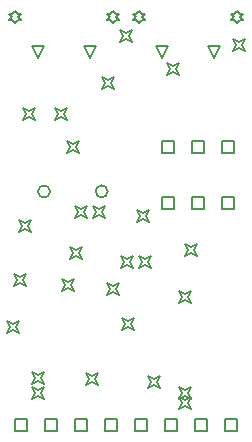
<source format=gbr>
%TF.GenerationSoftware,Altium Limited,Altium Designer,20.2.6 (244)*%
G04 Layer_Color=2752767*
%FSLAX26Y26*%
%MOIN*%
%TF.SameCoordinates,2EAD6035-BE33-4F7B-B0E7-EE8266E33042*%
%TF.FilePolarity,Positive*%
%TF.FileFunction,Drawing*%
%TF.Part,Single*%
G01*
G75*
%TA.AperFunction,NonConductor*%
%ADD61C,0.005000*%
%ADD62C,0.006667*%
D61*
X763071Y58740D02*
Y98740D01*
X803071D01*
Y58740D01*
X763071D01*
X663071D02*
Y98740D01*
X703071D01*
Y58740D01*
X663071D01*
X463071D02*
Y98740D01*
X503071D01*
Y58740D01*
X463071D01*
X263071D02*
Y98740D01*
X303071D01*
Y58740D01*
X263071D01*
X63071D02*
Y98740D01*
X103071D01*
Y58740D01*
X63071D01*
X163071D02*
Y98740D01*
X203071D01*
Y58740D01*
X163071D01*
X363071D02*
Y98740D01*
X403071D01*
Y58740D01*
X363071D01*
X563071D02*
Y98740D01*
X603071D01*
Y58740D01*
X563071D01*
X553976Y796929D02*
Y836929D01*
X593976D01*
Y796929D01*
X553976D01*
X653976D02*
Y836929D01*
X693976D01*
Y796929D01*
X653976D01*
X753976D02*
Y836929D01*
X793976D01*
Y796929D01*
X753976D01*
X553976Y983937D02*
Y1023937D01*
X593976D01*
Y983937D01*
X553976D01*
X653976D02*
Y1023937D01*
X693976D01*
Y983937D01*
X653976D01*
X753976D02*
Y1023937D01*
X793976D01*
Y983937D01*
X753976D01*
X727362Y1300866D02*
X707362Y1340866D01*
X747362D01*
X727362Y1300866D01*
X552165D02*
X532165Y1340866D01*
X572165D01*
X552165Y1300866D01*
X475394Y1418976D02*
X485394Y1428976D01*
X495394D01*
X485394Y1438976D01*
X495394Y1448976D01*
X485394D01*
X475394Y1458976D01*
X465394Y1448976D01*
X455394D01*
X465394Y1438976D01*
X455394Y1428976D01*
X465394D01*
X475394Y1418976D01*
X804134D02*
X814134Y1428976D01*
X824134D01*
X814134Y1438976D01*
X824134Y1448976D01*
X814134D01*
X804134Y1458976D01*
X794134Y1448976D01*
X784134D01*
X794134Y1438976D01*
X784134Y1428976D01*
X794134D01*
X804134Y1418976D01*
X390748D02*
X400748Y1428976D01*
X410748D01*
X400748Y1438976D01*
X410748Y1448976D01*
X400748D01*
X390748Y1458976D01*
X380748Y1448976D01*
X370748D01*
X380748Y1438976D01*
X370748Y1428976D01*
X380748D01*
X390748Y1418976D01*
X313976Y1300866D02*
X293976Y1340866D01*
X333976D01*
X313976Y1300866D01*
X138780D02*
X118779Y1340866D01*
X158780D01*
X138780Y1300866D01*
X62008Y1418976D02*
X72008Y1428976D01*
X82008D01*
X72008Y1438976D01*
X82008Y1448976D01*
X72008D01*
X62008Y1458976D01*
X52008Y1448976D01*
X42008D01*
X52008Y1438976D01*
X42008Y1428976D01*
X52008D01*
X62008Y1418976D01*
X418504Y394882D02*
X428504Y414882D01*
X418504Y434882D01*
X438504Y424882D01*
X458504Y434882D01*
X448504Y414882D01*
X458504Y394882D01*
X438504Y404882D01*
X418504Y394882D01*
X75000Y720000D02*
X85000Y740000D01*
X75000Y760000D01*
X95000Y750000D01*
X115000Y760000D01*
X105000Y740000D01*
X115000Y720000D01*
X95000Y730000D01*
X75000Y720000D01*
X505000Y200000D02*
X515000Y220000D01*
X505000Y240000D01*
X525000Y230000D01*
X545000Y240000D01*
X535000Y220000D01*
X545000Y200000D01*
X525000Y210000D01*
X505000Y200000D01*
X300000Y210000D02*
X310000Y230000D01*
X300000Y250000D01*
X320000Y240000D01*
X340000Y250000D01*
X330000Y230000D01*
X340000Y210000D01*
X320000Y220000D01*
X300000Y210000D01*
X610000Y165000D02*
X620000Y185000D01*
X610000Y205000D01*
X630000Y195000D01*
X650000Y205000D01*
X640000Y185000D01*
X650000Y165000D01*
X630000Y175000D01*
X610000Y165000D01*
Y485000D02*
X620000Y505000D01*
X610000Y525000D01*
X630000Y515000D01*
X650000Y525000D01*
X640000Y505000D01*
X650000Y485000D01*
X630000Y495000D01*
X610000Y485000D01*
X630000Y640000D02*
X640000Y660000D01*
X630000Y680000D01*
X650000Y670000D01*
X670000Y680000D01*
X660000Y660000D01*
X670000Y640000D01*
X650000Y650000D01*
X630000Y640000D01*
X610000Y130000D02*
X620000Y150000D01*
X610000Y170000D01*
X630000Y160000D01*
X650000Y170000D01*
X640000Y150000D01*
X650000Y130000D01*
X630000Y140000D01*
X610000Y130000D01*
X60000Y540827D02*
X70000Y560827D01*
X60000Y580827D01*
X80000Y570827D01*
X100000Y580827D01*
X90000Y560827D01*
X100000Y540827D01*
X80000Y550827D01*
X60000Y540827D01*
X220000Y525000D02*
X230000Y545000D01*
X220000Y565000D01*
X240000Y555000D01*
X260000Y565000D01*
X250000Y545000D01*
X260000Y525000D01*
X240000Y535000D01*
X220000Y525000D01*
X245000Y630000D02*
X255000Y650000D01*
X245000Y670000D01*
X265000Y660000D01*
X285000Y670000D01*
X275000Y650000D01*
X285000Y630000D01*
X265000Y640000D01*
X245000Y630000D01*
X413071Y1355000D02*
X423071Y1375000D01*
X413071Y1395000D01*
X433071Y1385000D01*
X453071Y1395000D01*
X443071Y1375000D01*
X453071Y1355000D01*
X433071Y1365000D01*
X413071Y1355000D01*
X568582Y1245748D02*
X578582Y1265748D01*
X568582Y1285748D01*
X588582Y1275748D01*
X608582Y1285748D01*
X598582Y1265748D01*
X608582Y1245748D01*
X588582Y1255748D01*
X568582Y1245748D01*
X35000Y385000D02*
X45000Y405000D01*
X35000Y425000D01*
X55000Y415000D01*
X75000Y425000D01*
X65000Y405000D01*
X75000Y385000D01*
X55000Y395000D01*
X35000Y385000D01*
X120000Y165000D02*
X130000Y185000D01*
X120000Y205000D01*
X140000Y195000D01*
X160000Y205000D01*
X150000Y185000D01*
X160000Y165000D01*
X140000Y175000D01*
X120000Y165000D01*
X470000Y755000D02*
X480000Y775000D01*
X470000Y795000D01*
X490000Y785000D01*
X510000Y795000D01*
X500000Y775000D01*
X510000Y755000D01*
X490000Y765000D01*
X470000Y755000D01*
X370000Y510000D02*
X380000Y530000D01*
X370000Y550000D01*
X390000Y540000D01*
X410000Y550000D01*
X400000Y530000D01*
X410000Y510000D01*
X390000Y520000D01*
X370000Y510000D01*
X235276Y983937D02*
X245276Y1003937D01*
X235276Y1023937D01*
X255276Y1013937D01*
X275276Y1023937D01*
X265276Y1003937D01*
X275276Y983937D01*
X255276Y993937D01*
X235276Y983937D01*
X196535Y1094927D02*
X206535Y1114927D01*
X196535Y1134927D01*
X216535Y1124927D01*
X236535Y1134927D01*
X226535Y1114927D01*
X236535Y1094927D01*
X216535Y1104927D01*
X196535Y1094927D01*
X88268D02*
X98268Y1114927D01*
X88268Y1134927D01*
X108268Y1124927D01*
X128268Y1134927D01*
X118268Y1114927D01*
X128268Y1094927D01*
X108268Y1104927D01*
X88268Y1094927D01*
X323504Y767402D02*
X333504Y787402D01*
X323504Y807402D01*
X343504Y797402D01*
X363504Y807402D01*
X353504Y787402D01*
X363504Y767402D01*
X343504Y777402D01*
X323504Y767402D01*
X263504D02*
X273504Y787402D01*
X263504Y807402D01*
X283504Y797402D01*
X303504Y807402D01*
X293504Y787402D01*
X303504Y767402D01*
X283504Y777402D01*
X263504Y767402D01*
X120000Y215000D02*
X130000Y235000D01*
X120000Y255000D01*
X140000Y245000D01*
X160000Y255000D01*
X150000Y235000D01*
X160000Y215000D01*
X140000Y225000D01*
X120000Y215000D01*
X475000Y600079D02*
X485000Y620079D01*
X475000Y640079D01*
X495000Y630079D01*
X515000Y640079D01*
X505000Y620079D01*
X515000Y600079D01*
X495000Y610079D01*
X475000Y600079D01*
X415000D02*
X425000Y620079D01*
X415000Y640079D01*
X435000Y630079D01*
X455000Y640079D01*
X445000Y620079D01*
X455000Y600079D01*
X435000Y610079D01*
X415000Y600079D01*
X354016Y1198410D02*
X364016Y1218410D01*
X354016Y1238410D01*
X374016Y1228410D01*
X394016Y1238410D01*
X384016Y1218410D01*
X394016Y1198410D01*
X374016Y1208410D01*
X354016Y1198410D01*
X790000Y1325000D02*
X800000Y1345000D01*
X790000Y1365000D01*
X810000Y1355000D01*
X830000Y1365000D01*
X820000Y1345000D01*
X830000Y1325000D01*
X810000Y1335000D01*
X790000Y1325000D01*
D62*
X179213Y856299D02*
G03*
X179213Y856299I-20000J0D01*
G01*
X371339D02*
G03*
X371339Y856299I-20000J0D01*
G01*
%TF.MD5,290ac750e0322d9c75fccd855aa9364b*%
M02*

</source>
